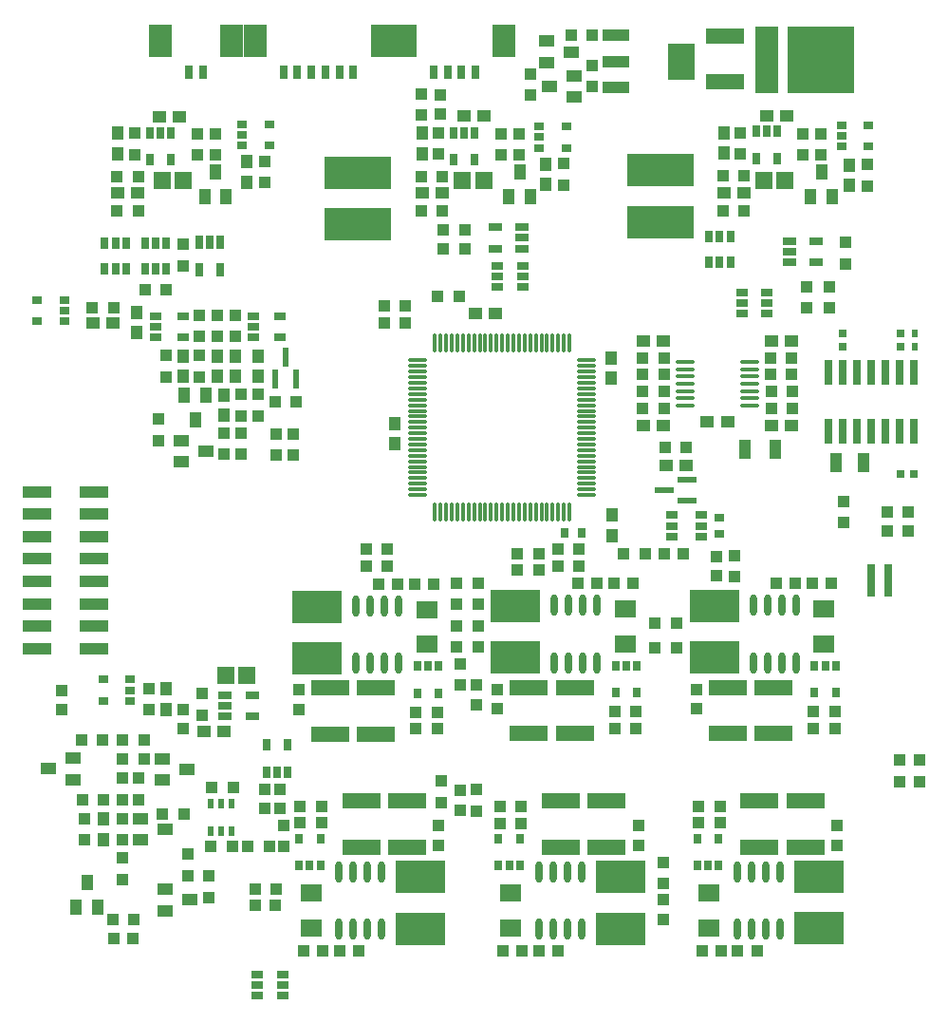
<source format=gbp>
G04 Layer_Color=128*
%FSLAX44Y44*%
%MOMM*%
G71*
G01*
G75*
%ADD11R,1.0000X0.7000*%
%ADD16R,1.0000X1.1000*%
%ADD19R,0.8000X1.3000*%
%ADD20R,2.1000X3.0000*%
%ADD26R,3.5000X1.4000*%
%ADD29R,1.2000X1.1000*%
%ADD30R,4.5000X3.0000*%
%ADD31R,0.6500X1.0500*%
%ADD33R,1.1000X1.1000*%
%ADD34R,1.1000X1.2000*%
%ADD153R,1.0000X1.8000*%
%ADD154R,0.5500X0.9500*%
%ADD155R,1.0500X0.6500*%
%ADD156R,1.3000X0.7000*%
%ADD157R,0.9000X0.6500*%
%ADD158R,1.8000X0.6000*%
%ADD159R,1.0000X1.4000*%
%ADD160R,2.4000X3.3000*%
%ADD161R,2.4000X1.0000*%
%ADD162O,0.6000X1.9500*%
%ADD163R,0.6500X2.2000*%
%ADD164R,0.9000X0.7000*%
%ADD165R,0.7000X0.8000*%
%ADD166O,1.7000X0.3500*%
%ADD167R,0.6500X3.0000*%
%ADD168R,0.6500X1.1000*%
%ADD169R,1.1000X1.8000*%
%ADD170R,1.1000X1.0000*%
%ADD171R,1.5000X1.6000*%
%ADD172R,0.6000X0.8000*%
%ADD173R,1.0800X1.0500*%
%ADD174R,2.5000X1.0000*%
%ADD175R,6.0000X3.0000*%
%ADD176O,1.8000X0.3000*%
%ADD177O,0.3000X1.8000*%
%ADD178R,0.7000X0.9000*%
%ADD179R,0.8000X0.7000*%
%ADD180R,1.1000X1.1000*%
%ADD181R,0.7000X1.3000*%
%ADD182R,0.6000X1.8000*%
%ADD183R,1.4000X1.0000*%
%ADD184R,6.0000X6.0000*%
%ADD185R,2.0000X6.0000*%
%ADD186R,0.6500X0.9000*%
%ADD187R,1.9000X1.5000*%
%ADD188R,1.1000X0.6500*%
%ADD189R,1.0500X1.0800*%
D11*
X567500Y378000D02*
D03*
Y387500D02*
D03*
Y397000D02*
D03*
X541500Y397000D02*
D03*
Y387500D02*
D03*
Y378000D02*
D03*
D16*
X191500Y135500D02*
D03*
Y152500D02*
D03*
X178000Y135500D02*
D03*
Y152500D02*
D03*
X334500Y771500D02*
D03*
Y754500D02*
D03*
X105000Y223500D02*
D03*
Y206500D02*
D03*
X-3000Y240500D02*
D03*
Y223500D02*
D03*
X600211Y8690D02*
D03*
X617211D02*
D03*
X244751Y8580D02*
D03*
X261751D02*
D03*
X422861Y8560D02*
D03*
X439861D02*
D03*
X651779Y336020D02*
D03*
X634779D02*
D03*
X474389Y336000D02*
D03*
X457389D02*
D03*
X297099Y335400D02*
D03*
X280099D02*
D03*
X568211Y8690D02*
D03*
X585211D02*
D03*
X212751Y8580D02*
D03*
X229751D02*
D03*
X390861Y8560D02*
D03*
X407861D02*
D03*
X683779Y336020D02*
D03*
X666779D02*
D03*
X506389Y336000D02*
D03*
X489389D02*
D03*
X329099Y335400D02*
D03*
X312099D02*
D03*
D19*
X232250Y791500D02*
D03*
X219750D02*
D03*
X207250D02*
D03*
X194750D02*
D03*
X244750D02*
D03*
X257250D02*
D03*
X366250D02*
D03*
X353750D02*
D03*
X341250D02*
D03*
X328750D02*
D03*
X123000Y791500D02*
D03*
X110500D02*
D03*
D20*
X169390Y819880D02*
D03*
X282890D02*
D03*
X391890Y819880D02*
D03*
X303390D02*
D03*
X148640Y819880D02*
D03*
X85140D02*
D03*
D26*
X589000Y783000D02*
D03*
Y824000D02*
D03*
X660710Y142190D02*
D03*
Y101190D02*
D03*
X305250Y101080D02*
D03*
Y142080D02*
D03*
X483360Y142060D02*
D03*
Y101060D02*
D03*
X591280Y243520D02*
D03*
Y202520D02*
D03*
X413890Y202500D02*
D03*
Y243500D02*
D03*
X236600Y242900D02*
D03*
Y201900D02*
D03*
X619710Y142190D02*
D03*
Y101190D02*
D03*
X264250Y101080D02*
D03*
Y142080D02*
D03*
X442360Y142060D02*
D03*
Y101060D02*
D03*
X632280Y243520D02*
D03*
Y202520D02*
D03*
X454890Y202500D02*
D03*
Y243500D02*
D03*
X277600Y242900D02*
D03*
Y201900D02*
D03*
D29*
X124000Y204000D02*
D03*
X142000D02*
D03*
X644000Y753000D02*
D03*
X626000D02*
D03*
X374000D02*
D03*
X356000D02*
D03*
X102000Y752000D02*
D03*
X84000D02*
D03*
X43000Y568000D02*
D03*
X25000D02*
D03*
X383750Y577000D02*
D03*
X365750D02*
D03*
X573000Y480250D02*
D03*
X591000D02*
D03*
X516000Y552250D02*
D03*
X534000D02*
D03*
X516000Y477250D02*
D03*
X534000D02*
D03*
X648500Y477250D02*
D03*
X630500D02*
D03*
X648000Y552250D02*
D03*
X630000D02*
D03*
X554000Y441500D02*
D03*
X536000D02*
D03*
X587660Y684290D02*
D03*
X605660D02*
D03*
X318320Y684060D02*
D03*
X336320D02*
D03*
X46840Y684080D02*
D03*
X64840D02*
D03*
D30*
X672710Y28690D02*
D03*
Y74690D02*
D03*
X317250Y28580D02*
D03*
Y74580D02*
D03*
X495360Y28560D02*
D03*
Y74560D02*
D03*
X579280Y316020D02*
D03*
Y270020D02*
D03*
X401890Y316000D02*
D03*
Y270000D02*
D03*
X224600Y315400D02*
D03*
Y269400D02*
D03*
D31*
X574500Y645250D02*
D03*
X584000D02*
D03*
X593500D02*
D03*
Y622750D02*
D03*
X584000D02*
D03*
X574500D02*
D03*
X35500Y639250D02*
D03*
X45000D02*
D03*
X54500D02*
D03*
Y616750D02*
D03*
X45000D02*
D03*
X35500D02*
D03*
X71500D02*
D03*
X81000D02*
D03*
X90500D02*
D03*
Y639250D02*
D03*
X81000D02*
D03*
X71500D02*
D03*
D33*
X335500Y141000D02*
D03*
Y160000D02*
D03*
X188500Y469500D02*
D03*
Y450500D02*
D03*
X204000Y469500D02*
D03*
Y450500D02*
D03*
X318000Y753500D02*
D03*
Y772500D02*
D03*
X696500Y640000D02*
D03*
Y621000D02*
D03*
X105000Y638500D02*
D03*
Y619500D02*
D03*
X662000Y600500D02*
D03*
Y581500D02*
D03*
X682000Y600500D02*
D03*
Y581500D02*
D03*
X195500Y101500D02*
D03*
Y120500D02*
D03*
X470000Y798000D02*
D03*
Y779000D02*
D03*
X122000Y237750D02*
D03*
Y218750D02*
D03*
X415000Y771500D02*
D03*
Y790500D02*
D03*
X109500Y95000D02*
D03*
Y76000D02*
D03*
X65500Y143500D02*
D03*
Y162500D02*
D03*
X51000Y107500D02*
D03*
Y126500D02*
D03*
Y143500D02*
D03*
Y162500D02*
D03*
X51000Y91500D02*
D03*
Y72500D02*
D03*
X17000Y126500D02*
D03*
Y107500D02*
D03*
X90000Y539500D02*
D03*
Y520500D02*
D03*
X157000Y504500D02*
D03*
Y485500D02*
D03*
X142000Y451500D02*
D03*
Y470500D02*
D03*
X172000Y485500D02*
D03*
Y504500D02*
D03*
X157000Y451500D02*
D03*
Y470500D02*
D03*
X120000Y556500D02*
D03*
Y575500D02*
D03*
X83000Y463500D02*
D03*
Y482500D02*
D03*
X120000Y520500D02*
D03*
Y539500D02*
D03*
X152000Y556500D02*
D03*
Y575500D02*
D03*
X136000Y556500D02*
D03*
Y575500D02*
D03*
X602660Y738040D02*
D03*
Y719040D02*
D03*
X333320Y737810D02*
D03*
Y718810D02*
D03*
X62000Y737500D02*
D03*
Y718500D02*
D03*
X674660Y718040D02*
D03*
Y737040D02*
D03*
X405320Y717810D02*
D03*
Y736810D02*
D03*
X133840Y717830D02*
D03*
Y736830D02*
D03*
X658660Y737040D02*
D03*
Y718040D02*
D03*
X389320Y736810D02*
D03*
Y717810D02*
D03*
X117840Y736830D02*
D03*
Y717830D02*
D03*
X128000Y75500D02*
D03*
Y56500D02*
D03*
X695000Y390500D02*
D03*
Y409500D02*
D03*
X75000Y223500D02*
D03*
Y242500D02*
D03*
X178000Y712500D02*
D03*
Y693500D02*
D03*
X445000Y710500D02*
D03*
Y691500D02*
D03*
X716000Y709500D02*
D03*
Y690500D02*
D03*
X353000Y245500D02*
D03*
Y264500D02*
D03*
X597000Y361000D02*
D03*
Y342000D02*
D03*
X367000Y152500D02*
D03*
Y133500D02*
D03*
X534000Y68500D02*
D03*
Y87500D02*
D03*
X745000Y159500D02*
D03*
Y178500D02*
D03*
X762000Y159500D02*
D03*
Y178500D02*
D03*
D34*
X488000Y379000D02*
D03*
Y397000D02*
D03*
X172000Y539000D02*
D03*
Y521000D02*
D03*
X136000Y539000D02*
D03*
Y521000D02*
D03*
X487000Y537000D02*
D03*
Y519000D02*
D03*
X294000Y479000D02*
D03*
Y461000D02*
D03*
X34000Y126000D02*
D03*
Y108000D02*
D03*
X105000Y539000D02*
D03*
Y521000D02*
D03*
X142000Y504000D02*
D03*
Y486000D02*
D03*
X152000Y521000D02*
D03*
Y539000D02*
D03*
X587660Y737540D02*
D03*
Y719540D02*
D03*
X318320Y737310D02*
D03*
Y719310D02*
D03*
X46840Y737330D02*
D03*
Y719330D02*
D03*
X90000Y224000D02*
D03*
Y242000D02*
D03*
X64000Y578000D02*
D03*
Y560000D02*
D03*
X162000Y694000D02*
D03*
Y712000D02*
D03*
X429000Y692000D02*
D03*
Y710000D02*
D03*
X700000Y691000D02*
D03*
Y709000D02*
D03*
D153*
X687500Y443500D02*
D03*
X712500D02*
D03*
D154*
X129500Y115750D02*
D03*
X139000D02*
D03*
X148500D02*
D03*
Y140250D02*
D03*
X139000D02*
D03*
X129500D02*
D03*
D155*
X385750Y619500D02*
D03*
Y610000D02*
D03*
Y600500D02*
D03*
X408250D02*
D03*
Y610000D02*
D03*
Y619500D02*
D03*
X194250Y-12500D02*
D03*
Y-22000D02*
D03*
Y-31500D02*
D03*
X171750D02*
D03*
Y-22000D02*
D03*
Y-12500D02*
D03*
X626250Y576500D02*
D03*
Y586000D02*
D03*
Y595500D02*
D03*
X603750D02*
D03*
Y586000D02*
D03*
Y576500D02*
D03*
D156*
X143000Y217500D02*
D03*
Y227000D02*
D03*
Y236500D02*
D03*
X167000D02*
D03*
Y217500D02*
D03*
X670000Y622500D02*
D03*
Y641500D02*
D03*
X646000D02*
D03*
Y632000D02*
D03*
Y622500D02*
D03*
X408000Y653750D02*
D03*
Y644250D02*
D03*
Y634750D02*
D03*
X384000D02*
D03*
Y653750D02*
D03*
D157*
X182000Y726500D02*
D03*
Y745500D02*
D03*
X158000D02*
D03*
Y736000D02*
D03*
Y726500D02*
D03*
X34000Y250500D02*
D03*
Y231500D02*
D03*
X58000D02*
D03*
Y241000D02*
D03*
Y250500D02*
D03*
X-24600Y588800D02*
D03*
Y569800D02*
D03*
X-600D02*
D03*
Y579300D02*
D03*
Y588800D02*
D03*
X717000Y725500D02*
D03*
Y744500D02*
D03*
X693000D02*
D03*
Y735000D02*
D03*
Y725500D02*
D03*
X447000Y724500D02*
D03*
Y743500D02*
D03*
X423000D02*
D03*
Y734000D02*
D03*
Y724500D02*
D03*
D158*
X555000Y429000D02*
D03*
Y410000D02*
D03*
X535000Y419500D02*
D03*
D159*
X134090Y702831D02*
D03*
X124590Y680829D02*
D03*
X143590D02*
D03*
X19500Y69501D02*
D03*
X10000Y47499D02*
D03*
X29000D02*
D03*
X116000Y481999D02*
D03*
X125500Y504001D02*
D03*
X106500D02*
D03*
X674910Y703041D02*
D03*
X665410Y681039D02*
D03*
X684410D02*
D03*
X405570Y702811D02*
D03*
X396070Y680809D02*
D03*
X415070D02*
D03*
D160*
X549500Y801500D02*
D03*
D161*
X491500Y824500D02*
D03*
Y801500D02*
D03*
Y778500D02*
D03*
D162*
X600080Y79210D02*
D03*
X612780D02*
D03*
X625480D02*
D03*
X638180D02*
D03*
X600080Y28210D02*
D03*
X612780D02*
D03*
X625480D02*
D03*
X638180D02*
D03*
X297230Y264880D02*
D03*
X284530D02*
D03*
X271830D02*
D03*
X259130D02*
D03*
X297230Y315880D02*
D03*
X284530D02*
D03*
X271830D02*
D03*
X259130D02*
D03*
X474520Y265480D02*
D03*
X461820D02*
D03*
X449120D02*
D03*
X436420D02*
D03*
X474520Y316480D02*
D03*
X461820D02*
D03*
X449120D02*
D03*
X436420D02*
D03*
X651910Y265500D02*
D03*
X639210D02*
D03*
X626510D02*
D03*
X613810D02*
D03*
X651910Y316500D02*
D03*
X639210D02*
D03*
X626510D02*
D03*
X613810D02*
D03*
X422730Y79080D02*
D03*
X435430D02*
D03*
X448130D02*
D03*
X460830D02*
D03*
X422730Y28080D02*
D03*
X435430D02*
D03*
X448130D02*
D03*
X460830D02*
D03*
X244620Y79100D02*
D03*
X257320D02*
D03*
X270020D02*
D03*
X282720D02*
D03*
X244620Y28100D02*
D03*
X257320D02*
D03*
X270020D02*
D03*
X282720D02*
D03*
D163*
X680900Y524000D02*
D03*
X693600D02*
D03*
X706300D02*
D03*
X719000D02*
D03*
X731700D02*
D03*
X744400D02*
D03*
X757100D02*
D03*
X680900Y472000D02*
D03*
X693600D02*
D03*
X706300D02*
D03*
X719000D02*
D03*
X731700D02*
D03*
X744400D02*
D03*
X757100D02*
D03*
D164*
X583500Y395000D02*
D03*
Y380000D02*
D03*
D165*
X694000Y547000D02*
D03*
Y559000D02*
D03*
X745500Y559000D02*
D03*
Y547000D02*
D03*
D166*
X553500Y494750D02*
D03*
Y501250D02*
D03*
Y507750D02*
D03*
Y514250D02*
D03*
Y520750D02*
D03*
Y527250D02*
D03*
Y533750D02*
D03*
X610500Y494750D02*
D03*
Y501250D02*
D03*
Y507750D02*
D03*
Y514250D02*
D03*
Y520750D02*
D03*
Y527250D02*
D03*
Y533750D02*
D03*
D167*
X719500Y338500D02*
D03*
X734500D02*
D03*
D168*
X75500Y714000D02*
D03*
X94500D02*
D03*
Y738000D02*
D03*
X85000D02*
D03*
X75500D02*
D03*
X198500Y192000D02*
D03*
X179500D02*
D03*
Y168000D02*
D03*
X189000D02*
D03*
X198500D02*
D03*
X616500Y715000D02*
D03*
X635500D02*
D03*
Y739000D02*
D03*
X626000D02*
D03*
X616500D02*
D03*
X346500Y714000D02*
D03*
X365500D02*
D03*
Y738000D02*
D03*
X356000D02*
D03*
X346500D02*
D03*
D169*
X633500Y455500D02*
D03*
X606500D02*
D03*
D170*
X43500Y19750D02*
D03*
X60500D02*
D03*
D171*
X105500Y695000D02*
D03*
X86500D02*
D03*
X143500Y254000D02*
D03*
X162500D02*
D03*
X642500Y695000D02*
D03*
X623500D02*
D03*
X373500D02*
D03*
X354500D02*
D03*
D172*
X758000Y547000D02*
D03*
Y559000D02*
D03*
D173*
X534000Y36750D02*
D03*
Y54250D02*
D03*
X688710Y120440D02*
D03*
Y102940D02*
D03*
X333250Y120330D02*
D03*
Y102830D02*
D03*
X511360Y120310D02*
D03*
Y102810D02*
D03*
X563280Y224270D02*
D03*
Y241770D02*
D03*
X385890Y224250D02*
D03*
Y241750D02*
D03*
X208600Y223650D02*
D03*
Y241150D02*
D03*
X367000Y228250D02*
D03*
Y245750D02*
D03*
X581500Y342750D02*
D03*
Y360250D02*
D03*
X353000Y134250D02*
D03*
Y151750D02*
D03*
D174*
X25400Y277980D02*
D03*
X-25400D02*
D03*
X25400Y297980D02*
D03*
X-25400D02*
D03*
X25400Y317980D02*
D03*
X-25400D02*
D03*
X25400Y337980D02*
D03*
X-25400D02*
D03*
X25400Y357980D02*
D03*
X-25400D02*
D03*
X25400Y377980D02*
D03*
X-25400D02*
D03*
X25400Y397980D02*
D03*
X-25400D02*
D03*
Y417980D02*
D03*
X25400D02*
D03*
D175*
X261500Y656000D02*
D03*
Y702000D02*
D03*
X531500Y658500D02*
D03*
Y704500D02*
D03*
D176*
X465500Y415000D02*
D03*
Y420000D02*
D03*
Y425000D02*
D03*
Y430000D02*
D03*
Y435000D02*
D03*
Y440000D02*
D03*
Y445000D02*
D03*
Y450000D02*
D03*
Y455000D02*
D03*
Y460000D02*
D03*
Y465000D02*
D03*
Y470000D02*
D03*
Y475000D02*
D03*
Y480000D02*
D03*
Y485000D02*
D03*
Y490000D02*
D03*
Y495000D02*
D03*
Y500000D02*
D03*
Y505000D02*
D03*
Y510000D02*
D03*
Y515000D02*
D03*
Y520000D02*
D03*
Y525000D02*
D03*
Y530000D02*
D03*
Y535000D02*
D03*
X314500D02*
D03*
Y530000D02*
D03*
Y525000D02*
D03*
Y520000D02*
D03*
Y515000D02*
D03*
Y510000D02*
D03*
Y505000D02*
D03*
Y500000D02*
D03*
Y495000D02*
D03*
Y490000D02*
D03*
Y485000D02*
D03*
Y480000D02*
D03*
Y475000D02*
D03*
Y470000D02*
D03*
Y465000D02*
D03*
Y460000D02*
D03*
Y455000D02*
D03*
Y450000D02*
D03*
Y445000D02*
D03*
Y440000D02*
D03*
Y435000D02*
D03*
Y430000D02*
D03*
Y425000D02*
D03*
Y420000D02*
D03*
Y415000D02*
D03*
D177*
X450000Y550500D02*
D03*
X445000D02*
D03*
X440000D02*
D03*
X435000D02*
D03*
X430000D02*
D03*
X425000D02*
D03*
X420000D02*
D03*
X415000D02*
D03*
X410000D02*
D03*
X405000D02*
D03*
X400000D02*
D03*
X395000D02*
D03*
X390000D02*
D03*
X385000D02*
D03*
X380000D02*
D03*
X375000D02*
D03*
X370000D02*
D03*
X365000D02*
D03*
X360000D02*
D03*
X355000D02*
D03*
X350000D02*
D03*
X345000D02*
D03*
X340000D02*
D03*
X335000D02*
D03*
X330000D02*
D03*
Y399500D02*
D03*
X335000D02*
D03*
X340000D02*
D03*
X345000D02*
D03*
X350000D02*
D03*
X355000D02*
D03*
X360000D02*
D03*
X365000D02*
D03*
X370000D02*
D03*
X375000D02*
D03*
X380000D02*
D03*
X385000D02*
D03*
X390000D02*
D03*
X395000D02*
D03*
X400000D02*
D03*
X405000D02*
D03*
X410000D02*
D03*
X415000D02*
D03*
X420000D02*
D03*
X425000D02*
D03*
X430000D02*
D03*
X435000D02*
D03*
X440000D02*
D03*
X445000D02*
D03*
X450000D02*
D03*
D178*
X461000Y381000D02*
D03*
X446000D02*
D03*
D179*
X757500Y434000D02*
D03*
X745500D02*
D03*
D180*
X131000Y154500D02*
D03*
X150000D02*
D03*
X182000Y101500D02*
D03*
X163000D02*
D03*
X149000D02*
D03*
X130000D02*
D03*
X752500Y400000D02*
D03*
X733500D02*
D03*
X752500Y383000D02*
D03*
X733500D02*
D03*
X439500Y352000D02*
D03*
X458500D02*
D03*
X368500Y318000D02*
D03*
X349500D02*
D03*
X422500Y348000D02*
D03*
X403500D02*
D03*
X526500Y301000D02*
D03*
X545500D02*
D03*
X349500Y298000D02*
D03*
X368500D02*
D03*
X287500Y352000D02*
D03*
X268500D02*
D03*
X458500Y367000D02*
D03*
X439500D02*
D03*
X349500Y336000D02*
D03*
X368500D02*
D03*
X403500Y363000D02*
D03*
X422500D02*
D03*
X545500Y279000D02*
D03*
X526500D02*
D03*
X368500Y280000D02*
D03*
X349500D02*
D03*
X268500Y367000D02*
D03*
X287500D02*
D03*
X90500Y598000D02*
D03*
X71500D02*
D03*
X356500Y651000D02*
D03*
X337500D02*
D03*
X337500Y634000D02*
D03*
X356500D02*
D03*
X470500Y824500D02*
D03*
X451500D02*
D03*
X515500Y537250D02*
D03*
X534500D02*
D03*
X515500Y492250D02*
D03*
X534500D02*
D03*
X649000Y492250D02*
D03*
X630000D02*
D03*
X648500Y537250D02*
D03*
X629500D02*
D03*
X534500Y522250D02*
D03*
X515500D02*
D03*
X515500Y507250D02*
D03*
X534500D02*
D03*
X630000Y507250D02*
D03*
X649000D02*
D03*
X648500Y522250D02*
D03*
X629500D02*
D03*
X554500Y457500D02*
D03*
X535500D02*
D03*
X584210Y137690D02*
D03*
X565210D02*
D03*
X228750Y137580D02*
D03*
X209750D02*
D03*
X406860Y137560D02*
D03*
X387860D02*
D03*
X667780Y207020D02*
D03*
X686780D02*
D03*
X490390Y207000D02*
D03*
X509390D02*
D03*
X313100Y206400D02*
D03*
X332100D02*
D03*
X584210Y122690D02*
D03*
X565210D02*
D03*
X228750Y122580D02*
D03*
X209750D02*
D03*
X406860Y122560D02*
D03*
X387860D02*
D03*
X667780Y222020D02*
D03*
X686780D02*
D03*
X490390Y222000D02*
D03*
X509390D02*
D03*
X313100Y221400D02*
D03*
X332100D02*
D03*
X42500Y37000D02*
D03*
X61500D02*
D03*
X87000Y131000D02*
D03*
X106000D02*
D03*
X70500Y197000D02*
D03*
X51500D02*
D03*
X51500Y180000D02*
D03*
X70500D02*
D03*
X14500Y197000D02*
D03*
X33500D02*
D03*
X15500Y143000D02*
D03*
X34500D02*
D03*
X206500Y498000D02*
D03*
X187500D02*
D03*
X587160Y699290D02*
D03*
X606160D02*
D03*
X317820Y699060D02*
D03*
X336820D02*
D03*
X46340Y699080D02*
D03*
X65340D02*
D03*
X606160Y668290D02*
D03*
X587160D02*
D03*
X336820Y668060D02*
D03*
X317820D02*
D03*
X65340Y668080D02*
D03*
X46340D02*
D03*
X284500Y568000D02*
D03*
X303500D02*
D03*
X284500Y584000D02*
D03*
X303500D02*
D03*
X332500Y592000D02*
D03*
X351500D02*
D03*
X43500Y582000D02*
D03*
X24500D02*
D03*
X498500Y363000D02*
D03*
X517500D02*
D03*
X169500Y64000D02*
D03*
X188500D02*
D03*
D181*
X119500Y616000D02*
D03*
X138500D02*
D03*
Y640000D02*
D03*
X129000D02*
D03*
X119500D02*
D03*
D182*
X197000Y538000D02*
D03*
X187500Y518000D02*
D03*
X206500D02*
D03*
D183*
X431999Y779000D02*
D03*
X454001Y769500D02*
D03*
Y788500D02*
D03*
X452001Y810000D02*
D03*
X429999Y819500D02*
D03*
Y800500D02*
D03*
X111001Y54000D02*
D03*
X88999Y63500D02*
D03*
Y44500D02*
D03*
X109156Y170343D02*
D03*
X87155Y179843D02*
D03*
Y160844D02*
D03*
X89001Y117000D02*
D03*
X66999Y126500D02*
D03*
Y107500D02*
D03*
X-14501Y171000D02*
D03*
X7501Y161500D02*
D03*
Y180500D02*
D03*
X126001Y454000D02*
D03*
X103999Y463500D02*
D03*
Y444500D02*
D03*
D184*
X674100Y802500D02*
D03*
D185*
X626000D02*
D03*
D186*
X583210Y108690D02*
D03*
X564210D02*
D03*
Y84690D02*
D03*
X573710D02*
D03*
X583210D02*
D03*
X227750Y108580D02*
D03*
X208750D02*
D03*
Y84580D02*
D03*
X218250D02*
D03*
X227750D02*
D03*
X405860Y108560D02*
D03*
X386860D02*
D03*
Y84560D02*
D03*
X396360D02*
D03*
X405860D02*
D03*
X668780Y239020D02*
D03*
X687780D02*
D03*
Y263020D02*
D03*
X678280D02*
D03*
X668780D02*
D03*
X491390Y239000D02*
D03*
X510390D02*
D03*
Y263000D02*
D03*
X500890D02*
D03*
X491390D02*
D03*
X314100Y238400D02*
D03*
X333100D02*
D03*
Y262400D02*
D03*
X323600D02*
D03*
X314100D02*
D03*
D187*
X574710Y60190D02*
D03*
Y29190D02*
D03*
X219250Y60080D02*
D03*
Y29080D02*
D03*
X397360Y60060D02*
D03*
Y29060D02*
D03*
X677280Y282520D02*
D03*
Y313520D02*
D03*
X499890Y282500D02*
D03*
Y313500D02*
D03*
X322600Y281900D02*
D03*
Y312900D02*
D03*
D188*
X105000Y555500D02*
D03*
Y574500D02*
D03*
X81000D02*
D03*
Y565000D02*
D03*
Y555500D02*
D03*
X192000D02*
D03*
Y574500D02*
D03*
X168000D02*
D03*
Y565000D02*
D03*
Y555500D02*
D03*
D189*
X551750Y363000D02*
D03*
X534250D02*
D03*
X187250Y49500D02*
D03*
X169750D02*
D03*
M02*

</source>
